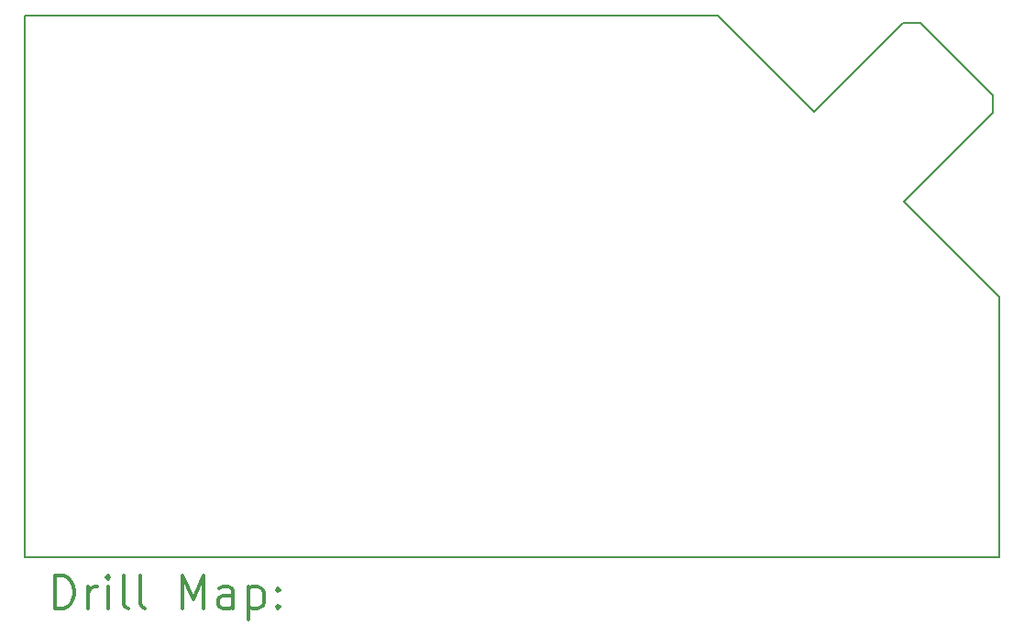
<source format=gbr>
%FSLAX45Y45*%
G04 Gerber Fmt 4.5, Leading zero omitted, Abs format (unit mm)*
G04 Created by KiCad (PCBNEW (5.0.0)) date 11/02/18 20:35:26*
%MOMM*%
%LPD*%
G01*
G04 APERTURE LIST*
%ADD10C,0.150000*%
%ADD11C,0.200000*%
%ADD12C,0.300000*%
G04 APERTURE END LIST*
D10*
X10605000Y-3065000D02*
X10765000Y-3065000D01*
X11435000Y-3895000D02*
X11435000Y-3735000D01*
X9785000Y-3885000D02*
X8900000Y-3000000D01*
X10605000Y-3065000D02*
X9785000Y-3885000D01*
X11435000Y-3735000D02*
X10765000Y-3065000D01*
X10615000Y-4715000D02*
X11435000Y-3895000D01*
X11495000Y-5595000D02*
X10615000Y-4715000D01*
X2500000Y-8000000D02*
X2500000Y-3000000D01*
X11495000Y-8000000D02*
X2500000Y-8000000D01*
X11495000Y-5595000D02*
X11495000Y-8000000D01*
X2500000Y-3000000D02*
X8900000Y-3000000D01*
D11*
D12*
X2778928Y-8473214D02*
X2778928Y-8173214D01*
X2850357Y-8173214D01*
X2893214Y-8187500D01*
X2921786Y-8216071D01*
X2936071Y-8244643D01*
X2950357Y-8301786D01*
X2950357Y-8344643D01*
X2936071Y-8401786D01*
X2921786Y-8430357D01*
X2893214Y-8458929D01*
X2850357Y-8473214D01*
X2778928Y-8473214D01*
X3078928Y-8473214D02*
X3078928Y-8273214D01*
X3078928Y-8330357D02*
X3093214Y-8301786D01*
X3107500Y-8287500D01*
X3136071Y-8273214D01*
X3164643Y-8273214D01*
X3264643Y-8473214D02*
X3264643Y-8273214D01*
X3264643Y-8173214D02*
X3250357Y-8187500D01*
X3264643Y-8201786D01*
X3278928Y-8187500D01*
X3264643Y-8173214D01*
X3264643Y-8201786D01*
X3450357Y-8473214D02*
X3421786Y-8458929D01*
X3407500Y-8430357D01*
X3407500Y-8173214D01*
X3607500Y-8473214D02*
X3578928Y-8458929D01*
X3564643Y-8430357D01*
X3564643Y-8173214D01*
X3950357Y-8473214D02*
X3950357Y-8173214D01*
X4050357Y-8387500D01*
X4150357Y-8173214D01*
X4150357Y-8473214D01*
X4421786Y-8473214D02*
X4421786Y-8316071D01*
X4407500Y-8287500D01*
X4378928Y-8273214D01*
X4321786Y-8273214D01*
X4293214Y-8287500D01*
X4421786Y-8458929D02*
X4393214Y-8473214D01*
X4321786Y-8473214D01*
X4293214Y-8458929D01*
X4278928Y-8430357D01*
X4278928Y-8401786D01*
X4293214Y-8373214D01*
X4321786Y-8358929D01*
X4393214Y-8358929D01*
X4421786Y-8344643D01*
X4564643Y-8273214D02*
X4564643Y-8573214D01*
X4564643Y-8287500D02*
X4593214Y-8273214D01*
X4650357Y-8273214D01*
X4678928Y-8287500D01*
X4693214Y-8301786D01*
X4707500Y-8330357D01*
X4707500Y-8416072D01*
X4693214Y-8444643D01*
X4678928Y-8458929D01*
X4650357Y-8473214D01*
X4593214Y-8473214D01*
X4564643Y-8458929D01*
X4836071Y-8444643D02*
X4850357Y-8458929D01*
X4836071Y-8473214D01*
X4821786Y-8458929D01*
X4836071Y-8444643D01*
X4836071Y-8473214D01*
X4836071Y-8287500D02*
X4850357Y-8301786D01*
X4836071Y-8316071D01*
X4821786Y-8301786D01*
X4836071Y-8287500D01*
X4836071Y-8316071D01*
M02*

</source>
